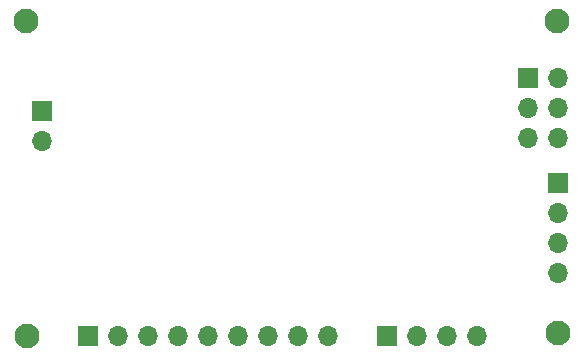
<source format=gbs>
%TF.GenerationSoftware,KiCad,Pcbnew,7.0.11-rc3*%
%TF.CreationDate,2024-07-02T00:11:53+05:30*%
%TF.ProjectId,MCUdatalogger_V1,4d435564-6174-4616-9c6f-676765725f56,rev?*%
%TF.SameCoordinates,Original*%
%TF.FileFunction,Soldermask,Bot*%
%TF.FilePolarity,Negative*%
%FSLAX46Y46*%
G04 Gerber Fmt 4.6, Leading zero omitted, Abs format (unit mm)*
G04 Created by KiCad (PCBNEW 7.0.11-rc3) date 2024-07-02 00:11:53*
%MOMM*%
%LPD*%
G01*
G04 APERTURE LIST*
%ADD10R,1.700000X1.700000*%
%ADD11O,1.700000X1.700000*%
%ADD12C,2.100000*%
G04 APERTURE END LIST*
D10*
%TO.C,J1*%
X123705000Y-60725000D03*
D11*
X123705000Y-63265000D03*
X123705000Y-65805000D03*
X123705000Y-68345000D03*
%TD*%
D12*
%TO.C,H4*%
X123705000Y-73425000D03*
%TD*%
%TO.C,H3*%
X123590000Y-47010000D03*
%TD*%
D10*
%TO.C,BT1*%
X80010000Y-54610000D03*
D11*
X80010000Y-57150000D03*
%TD*%
D12*
%TO.C,H1*%
X78690000Y-46990000D03*
%TD*%
D10*
%TO.C,J3*%
X109220000Y-73660000D03*
D11*
X111760000Y-73660000D03*
X114300000Y-73660000D03*
X116840000Y-73660000D03*
%TD*%
D10*
%TO.C,J4*%
X121165000Y-51835000D03*
D11*
X123705000Y-51835000D03*
X121165000Y-54375000D03*
X123705000Y-54375000D03*
X121165000Y-56915000D03*
X123705000Y-56915000D03*
%TD*%
D12*
%TO.C,H2*%
X78740000Y-73660000D03*
%TD*%
D10*
%TO.C,J2*%
X83940000Y-73660000D03*
D11*
X86480000Y-73660000D03*
X89020000Y-73660000D03*
X91560000Y-73660000D03*
X94100000Y-73660000D03*
X96640000Y-73660000D03*
X99180000Y-73660000D03*
X101720000Y-73660000D03*
X104260000Y-73660000D03*
%TD*%
M02*

</source>
